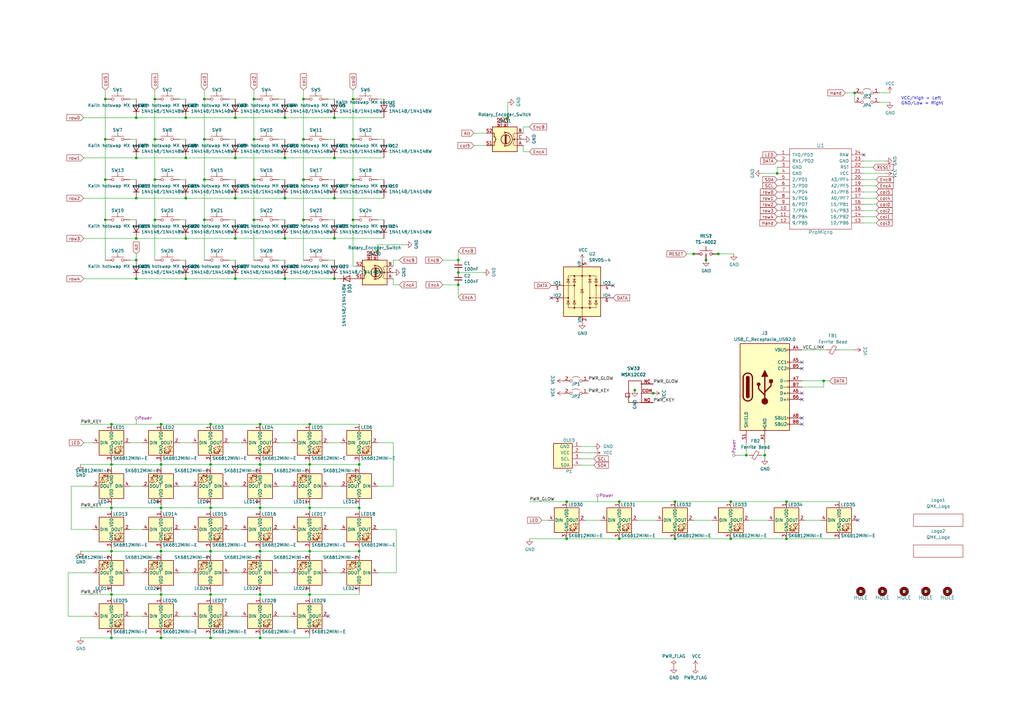
<source format=kicad_sch>
(kicad_sch (version 20230121) (generator eeschema)
  (paper "A3")
  (title_block (title "Lotus 58 Glow") (date "2024-02-07") (rev "v1.4.1") (company "Markus Knutsson <markus.knutsson@tweety.se>") (comment 1 "https://github.com/TweetyDaBird") (comment 2 "Licensed under CERN-OHL-S v2 or any superseding version"))
  (junction (at 124.46 57.15))
  (junction (at 55.88 106.68))
  (junction (at 66.04 261.62))
  (junction (at 137.16 97.79))
  (junction (at 66.04 208.28))
  (junction (at 106.68 243.84))
  (junction (at 86.36 208.28))
  (junction (at 306.07 186.69))
  (junction (at 96.52 114.3))
  (junction (at 144.78 57.15))
  (junction (at 106.68 190.5))
  (junction (at 63.5 90.17))
  (junction (at 86.36 173.99))
  (junction (at 83.82 90.17))
  (junction (at 187.96 116.84))
  (junction (at 260.35 160.02))
  (junction (at 116.84 64.77))
  (junction (at 137.16 64.77))
  (junction (at 45.72 173.99))
  (junction (at 66.04 243.84))
  (junction (at 55.88 114.3))
  (junction (at 187.96 111.76))
  (junction (at 86.36 261.62))
  (junction (at 116.84 48.26))
  (junction (at 299.72 220.98))
  (junction (at 116.84 81.28))
  (junction (at 208.28 48.26))
  (junction (at 322.58 220.98))
  (junction (at 124.46 40.64))
  (junction (at 63.5 57.15))
  (junction (at 322.58 205.74))
  (junction (at 104.14 40.64))
  (junction (at 76.2 81.28))
  (junction (at 43.18 57.15))
  (junction (at 147.32 226.06))
  (junction (at 55.88 48.26))
  (junction (at 254 220.98))
  (junction (at 63.5 40.64))
  (junction (at 232.41 205.74))
  (junction (at 154.94 102.87))
  (junction (at 55.88 81.28))
  (junction (at 254 205.74))
  (junction (at 144.78 73.66))
  (junction (at 76.2 64.77))
  (junction (at 104.14 90.17))
  (junction (at 66.04 173.99))
  (junction (at 45.72 208.28))
  (junction (at 76.2 48.26))
  (junction (at 55.88 97.79))
  (junction (at 147.32 208.28))
  (junction (at 106.68 173.99))
  (junction (at 63.5 73.66))
  (junction (at 43.18 40.64))
  (junction (at 55.88 64.77))
  (junction (at 116.84 114.3))
  (junction (at 45.72 226.06))
  (junction (at 45.72 261.62))
  (junction (at 284.48 104.14))
  (junction (at 96.52 64.77))
  (junction (at 337.82 156.21))
  (junction (at 43.18 73.66))
  (junction (at 350.52 38.1))
  (junction (at 76.2 114.3))
  (junction (at 83.82 73.66))
  (junction (at 127 243.84))
  (junction (at 127 208.28))
  (junction (at 45.72 243.84))
  (junction (at 116.84 97.79))
  (junction (at 232.41 220.98))
  (junction (at 66.04 190.5))
  (junction (at 86.36 226.06))
  (junction (at 187.96 106.68))
  (junction (at 127 173.99))
  (junction (at 96.52 48.26))
  (junction (at 137.16 81.28))
  (junction (at 313.69 186.69))
  (junction (at 267.97 161.29))
  (junction (at 127 190.5))
  (junction (at 137.16 48.26))
  (junction (at 124.46 73.66))
  (junction (at 137.16 114.3))
  (junction (at 127 226.06))
  (junction (at 289.56 106.68))
  (junction (at 318.77 71.12))
  (junction (at 147.32 190.5))
  (junction (at 45.72 190.5))
  (junction (at 106.68 208.28))
  (junction (at 83.82 40.64))
  (junction (at 276.86 205.74))
  (junction (at 299.72 205.74))
  (junction (at 86.36 190.5))
  (junction (at 104.14 73.66))
  (junction (at 83.82 57.15))
  (junction (at 86.36 243.84))
  (junction (at 104.14 57.15))
  (junction (at 96.52 81.28))
  (junction (at 294.64 104.14))
  (junction (at 106.68 226.06))
  (junction (at 144.78 40.64))
  (junction (at 96.52 97.79))
  (junction (at 144.78 90.17))
  (junction (at 106.68 261.62))
  (junction (at 43.18 90.17))
  (junction (at 276.86 220.98))
  (junction (at 76.2 97.79))
  (junction (at 124.46 90.17))
  (junction (at 66.04 226.06))
  (no_connect (at 351.79 213.36))
  (no_connect (at 328.93 163.83))
  (no_connect (at 328.93 148.59))
  (no_connect (at 328.93 151.13))
  (no_connect (at 134.62 252.73))
  (no_connect (at 328.93 171.45))
  (no_connect (at 328.93 173.99))
  (no_connect (at 226.06 122.174))
  (no_connect (at 251.46 117.094))
  (no_connect (at 328.93 161.29))
  (no_connect (at 354.33 63.5))
  (wire (pts (xy 354.33 81.28) (xy 359.41 81.28)))
  (wire (pts (xy 147.32 190.5) (xy 147.32 189.23)))
  (wire (pts (xy 238.506 183.134) (xy 243.586 183.134)))
  (wire (pts (xy 127 190.5) (xy 127 189.23)))
  (wire (pts (xy 86.36 226.06) (xy 106.68 226.06)))
  (wire (pts (xy 127 173.99) (xy 147.32 173.99)))
  (wire (pts (xy 137.16 57.15) (xy 134.62 57.15)))
  (wire (pts (xy 187.96 106.68) (xy 187.96 102.87)))
  (wire (pts (xy 127 209.55) (xy 127 208.28)))
  (wire (pts (xy 114.3 40.64) (xy 116.84 40.64)))
  (wire (pts (xy 114.3 252.73) (xy 119.38 252.73)))
  (wire (pts (xy 114.3 181.61) (xy 119.38 181.61)))
  (wire (pts (xy 134.62 217.17) (xy 139.7 217.17)))
  (wire (pts (xy 73.66 199.39) (xy 78.74 199.39)))
  (wire (pts (xy 73.66 73.66) (xy 76.2 73.66)))
  (wire (pts (xy 73.66 234.95) (xy 78.74 234.95)))
  (wire (pts (xy 86.36 208.28) (xy 86.36 209.55)))
  (wire (pts (xy 45.72 261.62) (xy 45.72 260.35)))
  (wire (pts (xy 199.39 54.61) (xy 194.31 54.61)))
  (wire (pts (xy 66.04 245.11) (xy 66.04 243.84)))
  (wire (pts (xy 306.07 186.69) (xy 307.34 186.69)))
  (wire (pts (xy 147.32 208.28) (xy 147.32 209.55)))
  (wire (pts (xy 53.34 199.39) (xy 58.42 199.39)))
  (wire (pts (xy 134.62 181.61) (xy 139.7 181.61)))
  (wire (pts (xy 127 242.57) (xy 127 243.84)))
  (wire (pts (xy 27.94 234.95) (xy 27.94 252.73)))
  (wire (pts (xy 38.1 234.95) (xy 27.94 234.95)))
  (wire (pts (xy 93.98 199.39) (xy 99.06 199.39)))
  (wire (pts (xy 34.29 114.3) (xy 55.88 114.3)))
  (wire (pts (xy 93.98 217.17) (xy 99.06 217.17)))
  (wire (pts (xy 162.56 217.17) (xy 162.56 234.95)))
  (wire (pts (xy 73.66 40.64) (xy 76.2 40.64)))
  (wire (pts (xy 66.04 208.28) (xy 86.36 208.28)))
  (wire (pts (xy 86.36 173.99) (xy 106.68 173.99)))
  (wire (pts (xy 55.88 90.17) (xy 53.34 90.17)))
  (wire (pts (xy 254 205.74) (xy 276.86 205.74)))
  (wire (pts (xy 181.61 106.68) (xy 187.96 106.68)))
  (wire (pts (xy 96.52 106.68) (xy 93.98 106.68)))
  (wire (pts (xy 313.69 187.96) (xy 313.69 186.69)))
  (wire (pts (xy 93.98 181.61) (xy 99.06 181.61)))
  (wire (pts (xy 137.16 64.77) (xy 157.48 64.77)))
  (wire (pts (xy 83.82 57.15) (xy 83.82 73.66)))
  (wire (pts (xy 45.72 208.28) (xy 33.02 208.28)))
  (wire (pts (xy 127 243.84) (xy 147.32 243.84)))
  (wire (pts (xy 43.18 36.83) (xy 43.18 40.64)))
  (wire (pts (xy 232.41 205.74) (xy 254 205.74)))
  (wire (pts (xy 93.98 40.64) (xy 96.52 40.64)))
  (wire (pts (xy 137.16 114.3) (xy 138.43 114.3)))
  (wire (pts (xy 104.14 40.64) (xy 104.14 57.15)))
  (wire (pts (xy 66.04 208.28) (xy 66.04 209.55)))
  (wire (pts (xy 104.14 36.83) (xy 104.14 40.64)))
  (wire (pts (xy 33.02 173.99) (xy 45.72 173.99)))
  (wire (pts (xy 83.82 73.66) (xy 83.82 90.17)))
  (wire (pts (xy 34.29 181.61) (xy 38.1 181.61)))
  (wire (pts (xy 53.34 181.61) (xy 58.42 181.61)))
  (wire (pts (xy 45.72 190.5) (xy 45.72 191.77)))
  (wire (pts (xy 86.36 224.79) (xy 86.36 226.06)))
  (wire (pts (xy 34.29 64.77) (xy 55.88 64.77)))
  (wire (pts (xy 55.88 64.77) (xy 76.2 64.77)))
  (wire (pts (xy 66.04 242.57) (xy 66.04 243.84)))
  (wire (pts (xy 53.34 73.66) (xy 55.88 73.66)))
  (wire (pts (xy 83.82 40.64) (xy 83.82 57.15)))
  (wire (pts (xy 86.36 190.5) (xy 66.04 190.5)))
  (wire (pts (xy 38.1 217.17) (xy 29.21 217.17)))
  (wire (pts (xy 318.77 71.12) (xy 312.42 71.12)))
  (wire (pts (xy 307.34 213.36) (xy 314.96 213.36)))
  (wire (pts (xy 106.68 190.5) (xy 106.68 189.23)))
  (wire (pts (xy 45.72 227.33) (xy 45.72 226.06)))
  (wire (pts (xy 76.2 114.3) (xy 96.52 114.3)))
  (wire (pts (xy 354.33 73.66) (xy 359.41 73.66)))
  (wire (pts (xy 116.84 73.66) (xy 114.3 73.66)))
  (wire (pts (xy 55.88 104.14) (xy 55.88 106.68)))
  (wire (pts (xy 45.72 208.28) (xy 45.72 209.55)))
  (wire (pts (xy 364.998 41.91) (xy 360.68 41.91)))
  (wire (pts (xy 154.94 73.66) (xy 157.48 73.66)))
  (wire (pts (xy 238.506 185.674) (xy 243.586 185.674)))
  (wire (pts (xy 299.72 220.98) (xy 322.58 220.98)))
  (wire (pts (xy 238.506 190.754) (xy 243.586 190.754)))
  (wire (pts (xy 83.82 90.17) (xy 83.82 106.68)))
  (wire (pts (xy 86.36 190.5) (xy 106.68 190.5)))
  (wire (pts (xy 53.34 252.73) (xy 58.42 252.73)))
  (wire (pts (xy 163.83 116.84) (xy 161.29 116.84)))
  (wire (pts (xy 299.72 205.74) (xy 322.58 205.74)))
  (wire (pts (xy 106.68 208.28) (xy 106.68 209.55)))
  (wire (pts (xy 45.72 189.23) (xy 45.72 190.5)))
  (wire (pts (xy 208.28 41.91) (xy 208.28 48.26)))
  (wire (pts (xy 76.2 81.28) (xy 96.52 81.28)))
  (wire (pts (xy 55.88 97.79) (xy 76.2 97.79)))
  (wire (pts (xy 318.77 68.58) (xy 318.77 71.12)))
  (wire (pts (xy 104.14 73.66) (xy 104.14 90.17)))
  (wire (pts (xy 161.29 116.84) (xy 161.29 114.3)))
  (wire (pts (xy 187.96 121.92) (xy 187.96 116.84)))
  (wire (pts (xy 222.25 213.36) (xy 224.79 213.36)))
  (wire (pts (xy 199.39 59.69) (xy 194.31 59.69)))
  (wire (pts (xy 124.46 90.17) (xy 124.46 106.68)))
  (wire (pts (xy 45.72 207.01) (xy 45.72 208.28)))
  (wire (pts (xy 217.17 52.07) (xy 214.63 52.07)))
  (wire (pts (xy 254 220.98) (xy 276.86 220.98)))
  (wire (pts (xy 166.37 100.33) (xy 154.94 100.33)))
  (wire (pts (xy 83.82 36.83) (xy 83.82 40.64)))
  (wire (pts (xy 313.69 181.61) (xy 313.69 186.69)))
  (wire (pts (xy 354.33 71.12) (xy 363.22 71.12)))
  (wire (pts (xy 284.48 213.36) (xy 292.1 213.36)))
  (wire (pts (xy 76.2 64.77) (xy 96.52 64.77)))
  (wire (pts (xy 124.46 40.64) (xy 124.46 57.15)))
  (wire (pts (xy 66.04 261.62) (xy 45.72 261.62)))
  (wire (pts (xy 104.14 57.15) (xy 104.14 73.66)))
  (wire (pts (xy 303.53 186.69) (xy 306.07 186.69)))
  (wire (pts (xy 154.94 90.17) (xy 157.48 90.17)))
  (wire (pts (xy 106.68 190.5) (xy 127 190.5)))
  (wire (pts (xy 27.94 252.73) (xy 38.1 252.73)))
  (wire (pts (xy 144.78 40.64) (xy 144.78 57.15)))
  (wire (pts (xy 261.62 213.36) (xy 269.24 213.36)))
  (wire (pts (xy 354.33 76.2) (xy 359.41 76.2)))
  (wire (pts (xy 106.68 261.62) (xy 86.36 261.62)))
  (wire (pts (xy 114.3 90.17) (xy 116.84 90.17)))
  (wire (pts (xy 124.46 57.15) (xy 124.46 73.66)))
  (wire (pts (xy 86.36 261.62) (xy 86.36 260.35)))
  (wire (pts (xy 76.2 57.15) (xy 73.66 57.15)))
  (wire (pts (xy 106.68 243.84) (xy 106.68 242.57)))
  (wire (pts (xy 354.33 66.04) (xy 363.22 66.04)))
  (wire (pts (xy 73.66 217.17) (xy 78.74 217.17)))
  (wire (pts (xy 96.52 97.79) (xy 116.84 97.79)))
  (wire (pts (xy 86.36 245.11) (xy 86.36 243.84)))
  (wire (pts (xy 124.46 73.66) (xy 124.46 90.17)))
  (wire (pts (xy 154.94 234.95) (xy 162.56 234.95)))
  (wire (pts (xy 106.68 226.06) (xy 127 226.06)))
  (wire (pts (xy 63.5 36.83) (xy 63.5 40.64)))
  (wire (pts (xy 33.02 243.84) (xy 45.72 243.84)))
  (wire (pts (xy 208.28 48.26) (xy 205.74 48.26)))
  (wire (pts (xy 104.14 90.17) (xy 104.14 106.68)))
  (wire (pts (xy 152.4 102.87) (xy 154.94 102.87)))
  (wire (pts (xy 240.03 213.36) (xy 246.38 213.36)))
  (wire (pts (xy 106.68 245.11) (xy 106.68 243.84)))
  (wire (pts (xy 34.29 97.79) (xy 55.88 97.79)))
  (wire (pts (xy 53.34 234.95) (xy 58.42 234.95)))
  (wire (pts (xy 137.16 106.68) (xy 134.62 106.68)))
  (wire (pts (xy 322.58 205.74) (xy 344.17 205.74)))
  (wire (pts (xy 93.98 57.15) (xy 96.52 57.15)))
  (wire (pts (xy 147.32 224.79) (xy 147.32 226.06)))
  (wire (pts (xy 114.3 234.95) (xy 119.38 234.95)))
  (wire (pts (xy 116.84 106.68) (xy 114.3 106.68)))
  (wire (pts (xy 86.36 190.5) (xy 86.36 191.77)))
  (wire (pts (xy 127 261.62) (xy 106.68 261.62)))
  (wire (pts (xy 33.02 226.06) (xy 45.72 226.06)))
  (wire (pts (xy 147.32 208.28) (xy 147.32 207.01)))
  (wire (pts (xy 106.68 191.77) (xy 106.68 190.5)))
  (wire (pts (xy 154.94 40.64) (xy 157.48 40.64)))
  (wire (pts (xy 147.32 190.5) (xy 147.32 191.77)))
  (wire (pts (xy 127 191.77) (xy 127 190.5)))
  (wire (pts (xy 354.33 83.82) (xy 359.41 83.82)))
  (wire (pts (xy 93.98 234.95) (xy 99.06 234.95)))
  (wire (pts (xy 217.17 62.23) (xy 214.63 62.23)))
  (wire (pts (xy 181.61 116.84) (xy 187.96 116.84)))
  (wire (pts (xy 337.82 156.21) (xy 337.82 158.75)))
  (wire (pts (xy 66.04 173.99) (xy 86.36 173.99)))
  (wire (pts (xy 350.52 143.51) (xy 344.17 143.51)))
  (wire (pts (xy 127 226.06) (xy 147.32 226.06)))
  (wire (pts (xy 350.52 41.91) (xy 350.52 38.1)))
  (wire (pts (xy 86.36 208.28) (xy 86.36 207.01)))
  (wire (pts (xy 187.96 111.76) (xy 198.12 111.76)))
  (wire (pts (xy 354.33 88.9) (xy 359.41 88.9)))
  (wire (pts (xy 73.66 252.73) (xy 78.74 252.73)))
  (wire (pts (xy 29.21 217.17) (xy 29.21 199.39)))
  (wire (pts (xy 281.686 104.14) (xy 284.48 104.14)))
  (wire (pts (xy 214.63 52.07) (xy 214.63 54.61)))
  (wire (pts (xy 55.88 114.3) (xy 76.2 114.3)))
  (wire (pts (xy 93.98 252.73) (xy 99.06 252.73)))
  (wire (pts (xy 66.04 261.62) (xy 66.04 260.35)))
  (wire (pts (xy 137.16 40.64) (xy 134.62 40.64)))
  (wire (pts (xy 45.72 190.5) (xy 33.02 190.5)))
  (wire (pts (xy 337.82 158.75) (xy 328.93 158.75)))
  (wire (pts (xy 96.52 90.17) (xy 93.98 90.17)))
  (wire (pts (xy 116.84 64.77) (xy 137.16 64.77)))
  (wire (pts (xy 137.16 81.28) (xy 157.48 81.28)))
  (wire (pts (xy 66.04 190.5) (xy 66.04 189.23)))
  (wire (pts (xy 354.33 91.44) (xy 359.41 91.44)))
  (wire (pts (xy 45.72 173.99) (xy 66.04 173.99)))
  (wire (pts (xy 34.29 48.26) (xy 55.88 48.26)))
  (wire (pts (xy 154.94 100.33) (xy 154.94 102.87)))
  (wire (pts (xy 144.78 73.66) (xy 144.78 90.17)))
  (wire (pts (xy 337.82 156.21) (xy 340.36 156.21)))
  (wire (pts (xy 127 245.11) (xy 127 243.84)))
  (wire (pts (xy 346.71 38.1) (xy 350.52 38.1)))
  (wire (pts (xy 157.48 57.15) (xy 154.94 57.15)))
  (wire (pts (xy 45.72 190.5) (xy 66.04 190.5)))
  (wire (pts (xy 106.68 224.79) (xy 106.68 226.06)))
  (wire (pts (xy 66.04 224.79) (xy 66.04 226.06)))
  (wire (pts (xy 127 190.5) (xy 147.32 190.5)))
  (wire (pts (xy 147.32 243.84) (xy 147.32 242.57)))
  (wire (pts (xy 96.52 114.3) (xy 116.84 114.3)))
  (wire (pts (xy 116.84 81.28) (xy 137.16 81.28)))
  (wire (pts (xy 106.68 208.28) (xy 127 208.28)))
  (wire (pts (xy 127 261.62) (xy 127 260.35)))
  (wire (pts (xy 354.33 68.58) (xy 358.14 68.58)))
  (wire (pts (xy 127 208.28) (xy 127 207.01)))
  (wire (pts (xy 154.94 217.17) (xy 162.56 217.17)))
  (wire (pts (xy 161.29 181.61) (xy 161.29 199.39)))
  (wire (pts (xy 276.86 220.98) (xy 299.72 220.98)))
  (wire (pts (xy 96.52 81.28) (xy 116.84 81.28)))
  (wire (pts (xy 86.36 189.23) (xy 86.36 190.5)))
  (wire (pts (xy 96.52 48.26) (xy 116.84 48.26)))
  (wire (pts (xy 63.5 90.17) (xy 63.5 106.68)))
  (wire (pts (xy 66.04 208.28) (xy 66.04 207.01)))
  (wire (pts (xy 66.04 191.77) (xy 66.04 190.5)))
  (wire (pts (xy 276.86 205.74) (xy 299.72 205.74)))
  (wire (pts (xy 86.36 227.33) (xy 86.36 226.06)))
  (wire (pts (xy 232.41 220.98) (xy 254 220.98)))
  (wire (pts (xy 73.66 181.61) (xy 78.74 181.61)))
  (wire (pts (xy 163.83 106.68) (xy 161.29 106.68)))
  (wire (pts (xy 127 208.28) (xy 147.32 208.28)))
  (wire (pts (xy 300.99 104.14) (xy 294.64 104.14)))
  (wire (pts (xy 86.36 243.84) (xy 86.36 242.57)))
  (wire (pts (xy 76.2 48.26) (xy 96.52 48.26)))
  (wire (pts (xy 53.34 217.17) (xy 58.42 217.17)))
  (wire (pts (xy 45.72 242.57) (xy 45.72 243.84)))
  (wire (pts (xy 43.18 57.15) (xy 43.18 73.66)))
  (wire (pts (xy 154.94 199.39) (xy 161.29 199.39)))
  (wire (pts (xy 134.62 234.95) (xy 139.7 234.95)))
  (wire (pts (xy 45.72 245.11) (xy 45.72 243.84)))
  (wire (pts (xy 86.36 208.28) (xy 106.68 208.28)))
  (wire (pts (xy 339.09 143.51) (xy 328.93 143.51)))
  (wire (pts (xy 66.04 243.84) (xy 86.36 243.84)))
  (wire (pts (xy 43.18 90.17) (xy 43.18 106.68)))
  (wire (pts (xy 66.04 226.06) (xy 86.36 226.06)))
  (wire (pts (xy 114.3 199.39) (xy 119.38 199.39)))
  (wire (pts (xy 124.46 36.83) (xy 124.46 40.64)))
  (wire (pts (xy 144.78 57.15) (xy 144.78 73.66)))
  (wire (pts (xy 144.78 36.83) (xy 144.78 40.64)))
  (wire (pts (xy 144.78 90.17) (xy 144.78 109.22)))
  (wire (pts (xy 306.07 181.61) (xy 306.07 186.69)))
  (wire (pts (xy 86.36 261.62) (xy 66.04 261.62)))
  (wire (pts (xy 137.16 48.26) (xy 157.48 48.26)))
  (wire (pts (xy 106.68 173.99) (xy 127 173.99)))
  (wire (pts (xy 106.68 261.62) (xy 106.68 260.35)))
  (wire (pts (xy 55.88 48.26) (xy 76.2 48.26)))
  (wire (pts (xy 238.506 188.214) (xy 243.586 188.214)))
  (wire (pts (xy 137.16 97.79) (xy 157.48 97.79)))
  (wire (pts (xy 106.68 243.84) (xy 127 243.84)))
  (wire (pts (xy 76.2 97.79) (xy 96.52 97.79)))
  (wire (pts (xy 127 227.33) (xy 127 226.06)))
  (wire (pts (xy 76.2 90.17) (xy 73.66 90.17)))
  (wire (pts (xy 29.21 199.39) (xy 38.1 199.39)))
  (wire (pts (xy 45.72 261.62) (xy 33.02 261.62)))
  (wire (pts (xy 364.998 38.1) (xy 360.68 38.1)))
  (wire (pts (xy 217.17 220.98) (xy 232.41 220.98)))
  (wire (pts (xy 45.72 226.06) (xy 66.04 226.06)))
  (wire (pts (xy 63.5 73.66) (xy 63.5 90.17)))
  (wire (pts (xy 161.29 106.68) (xy 161.29 109.22)))
  (wire (pts (xy 114.3 217.17) (xy 119.38 217.17)))
  (wire (pts (xy 137.16 73.66) (xy 134.62 73.66)))
  (wire (pts (xy 144.78 109.22) (xy 146.05 109.22)))
  (wire (pts (xy 76.2 106.68) (xy 73.66 106.68)))
  (wire (pts (xy 55.88 57.15) (xy 53.34 57.15)))
  (wire (pts (xy 312.42 186.69) (xy 313.69 186.69)))
  (wire (pts (xy 354.33 86.36) (xy 359.41 86.36)))
  (wire (pts (xy 106.68 226.06) (xy 106.68 227.33)))
  (wire (pts (xy 116.84 57.15) (xy 114.3 57.15)))
  (wire (pts (xy 93.98 73.66) (xy 96.52 73.66)))
  (wire (pts (xy 330.2 213.36) (xy 336.55 213.36)))
  (wire (pts (xy 55.88 40.64) (xy 53.34 40.64)))
  (wire (pts (xy 154.94 181.61) (xy 161.29 181.61)))
  (wire (pts (xy 86.36 243.84) (xy 106.68 243.84)))
  (wire (pts (xy 127 224.79) (xy 127 226.06)))
  (wire (pts (xy 116.84 114.3) (xy 137.16 114.3)))
  (wire (pts (xy 55.88 81.28) (xy 76.2 81.28)))
  (wire (pts (xy 137.16 90.17) (xy 134.62 90.17)))
  (wire (pts (xy 116.84 97.79) (xy 137.16 97.79)))
  (wire (pts (xy 45.72 208.28) (xy 66.04 208.28)))
  (wire (pts (xy 63.5 40.64) (xy 63.5 57.15)))
  (wire (pts (xy 34.29 81.28) (xy 55.88 81.28)))
  (wire (pts (xy 66.04 226.06) (xy 66.04 227.33)))
  (wire (pts (xy 45.72 243.84) (xy 66.04 243.84)))
  (wire (pts (xy 106.68 208.28) (xy 106.68 207.01)))
  (wire (pts (xy 96.52 64.77) (xy 116.84 64.77)))
  (wire (pts (xy 214.63 62.23) (xy 214.63 59.69)))
  (wire (pts (xy 322.58 220.98) (xy 344.17 220.98)))
  (wire (pts (xy 45.72 224.79) (xy 45.72 226.06)))
  (wire (pts (xy 354.33 78.74) (xy 359.41 78.74)))
  (wire (pts (xy 217.17 205.74) (xy 232.41 205.74)))
  (wire (pts (xy 53.34 106.68) (xy 55.88 106.68)))
  (wire (pts (xy 328.93 156.21) (xy 337.82 156.21)))
  (wire (pts (xy 147.32 226.06) (xy 147.32 227.33)))
  (wire (pts (xy 43.18 40.64) (xy 43.18 57.15)))
  (wire (pts (xy 116.84 48.26) (xy 137.16 48.26)))
  (wire (pts (xy 63.5 57.15) (xy 63.5 73.66)))
  (wire (pts (xy 43.18 73.66) (xy 43.18 90.17)))
  (wire (pts (xy 134.62 199.39) (xy 139.7 199.39)))
  (text "VCC/High = Left\nGND/Low = Right" (at 369.57 43.18 0) (effects (font (size 1.27 1.27)) (justify left bottom)))
  (label "PWR_KEY" (at 33.02 208.28 0))
  (label "PWR_KEY" (at 33.02 243.84 0))
  (label "VCC_LINK" (at 329.184 143.51 0))
  (label "PWR_GLOW" (at 217.17 205.74 0))
  (label "PWR_KEY" (at 267.97 165.1 0))
  (label "PWR_KEY" (at 33.02 173.99 0))
  (label "PWR_KEY" (at 241.3 161.29 0))
  (label "PWR_GLOW" (at 241.3 156.21 0))
  (label "PWR_GLOW" (at 267.97 157.48 0))
  (global_label "Alt" (shape input) (at 55.88 104.14 90) (property "Intersheetrefs" "${INTERSHEET_REFS}" (effects hide)))
  (global_label "col2" (shape input) (at 359.41 86.36 0) (property "Intersheetrefs" "${INTERSHEET_REFS}" (effects hide)))
  (global_label "EncB" (shape input) (at 359.41 73.66 0) (property "Intersheetrefs" "${INTERSHEET_REFS}" (effects hide)))
  (global_label "RESET" (shape input) (at 281.686 104.14 180) (property "Intersheetrefs" "${INTERSHEET_REFS}" (effects hide)))
  (global_label "row2" (shape input) (at 318.77 83.82 180) (property "Intersheetrefs" "${INTERSHEET_REFS}" (effects hide)))
  (global_label "RESET" (shape input) (at 358.14 68.58 0) (property "Intersheetrefs" "${INTERSHEET_REFS}" (effects hide)))
  (global_label "EncA" (shape input) (at 217.17 62.23 0) (property "Intersheetrefs" "${INTERSHEET_REFS}" (effects hide)))
  (global_label "col4" (shape input) (at 63.5 36.83 90) (property "Intersheetrefs" "${INTERSHEET_REFS}" (effects hide)))
  (global_label "DATA" (shape input) (at 251.46 122.174 0) (property "Intersheetrefs" "${INTERSHEET_REFS}" (effects hide)))
  (global_label "row1" (shape input) (at 318.77 81.28 180) (property "Intersheetrefs" "${INTERSHEET_REFS}" (effects hide)))
  (global_label "EncB" (shape input) (at 181.61 106.68 180) (property "Intersheetrefs" "${INTERSHEET_REFS}" (effects hide)))
  (global_label "EncA" (shape input) (at 187.96 121.92 0) (property "Intersheetrefs" "${INTERSHEET_REFS}" (effects hide)))
  (global_label "row3" (shape input) (at 34.29 97.79 180) (property "Intersheetrefs" "${INTERSHEET_REFS}" (effects hide)))
  (global_label "row3" (shape input) (at 318.77 86.36 180) (property "Intersheetrefs" "${INTERSHEET_REFS}" (effects hide)))
  (global_label "SCL" (shape input) (at 318.77 76.2 180) (property "Intersheetrefs" "${INTERSHEET_REFS}" (effects hide)))
  (global_label "LED" (shape input) (at 222.25 213.36 180) (property "Intersheetrefs" "${INTERSHEET_REFS}" (effects hide)))
  (global_label "SDA" (shape input) (at 243.586 190.754 0) (property "Intersheetrefs" "${INTERSHEET_REFS}" (effects hide)))
  (global_label "EncA" (shape input) (at 163.83 116.84 0) (property "Intersheetrefs" "${INTERSHEET_REFS}" (effects hide)))
  (global_label "col4" (shape input) (at 359.41 81.28 0) (property "Intersheetrefs" "${INTERSHEET_REFS}" (effects hide)))
  (global_label "row1" (shape input) (at 34.29 64.77 180) (property "Intersheetrefs" "${INTERSHEET_REFS}" (effects hide)))
  (global_label "row2" (shape input) (at 34.29 81.28 180) (property "Intersheetrefs" "${INTERSHEET_REFS}" (effects hide)))
  (global_label "col5" (shape input) (at 194.31 59.69 180) (property "Intersheetrefs" "${INTERSHEET_REFS}" (effects hide)))
  (global_label "col5" (shape input) (at 43.18 36.83 90) (property "Intersheetrefs" "${INTERSHEET_REFS}" (effects hide)))
  (global_label "EncA" (shape input) (at 359.41 76.2 0) (property "Intersheetrefs" "${INTERSHEET_REFS}" (effects hide)))
  (global_label "col0" (shape input) (at 359.41 83.82 0) (property "Intersheetrefs" "${INTERSHEET_REFS}" (effects hide)))
  (global_label "col3" (shape input) (at 83.82 36.83 90) (property "Intersheetrefs" "${INTERSHEET_REFS}" (effects hide)))
  (global_label "EncB" (shape input) (at 217.17 52.07 0) (property "Intersheetrefs" "${INTERSHEET_REFS}" (effects hide)))
  (global_label "LED" (shape input) (at 318.77 63.5 180) (property "Intersheetrefs" "${INTERSHEET_REFS}" (effects hide)))
  (global_label "SCL" (shape input) (at 243.586 188.214 0) (property "Intersheetrefs" "${INTERSHEET_REFS}" (effects hide)))
  (global_label "Hand" (shape input) (at 318.77 91.44 180) (property "Intersheetrefs" "${INTERSHEET_REFS}" (effects hide)))
  (global_label "row0" (shape input) (at 34.29 48.26 180) (property "Intersheetrefs" "${INTERSHEET_REFS}" (effects hide)))
  (global_label "SDA" (shape input) (at 318.77 73.66 180) (property "Intersheetrefs" "${INTERSHEET_REFS}" (effects hide)))
  (global_label "Alt" (shape input) (at 194.31 54.61 180) (property "Intersheetrefs" "${INTERSHEET_REFS}" (effects hide)))
  (global_label "col5" (shape input) (at 359.41 78.74 0) (property "Intersheetrefs" "${INTERSHEET_REFS}" (effects hide)))
  (global_label "DATA" (shape input) (at 340.36 156.21 0) (property "Intersheetrefs" "${INTERSHEET_REFS}" (effects hide)))
  (global_label "EncB" (shape input) (at 187.96 102.87 0) (property "Intersheetrefs" "${INTERSHEET_REFS}" (effects hide)))
  (global_label "EncA" (shape input) (at 181.61 116.84 180) (property "Intersheetrefs" "${INTERSHEET_REFS}" (effects hide)))
  (global_label "LED" (shape input) (at 34.29 181.61 180) (property "Intersheetrefs" "${INTERSHEET_REFS}" (effects hide)))
  (global_label "row4" (shape input) (at 34.29 114.3 180) (property "Intersheetrefs" "${INTERSHEET_REFS}" (effects hide)))
  (global_label "row0" (shape input) (at 318.77 78.74 180) (property "Intersheetrefs" "${INTERSHEET_REFS}" (effects hide)))
  (global_label "col1" (shape input) (at 359.41 88.9 0) (property "Intersheetrefs" "${INTERSHEET_REFS}" (effects hide)))
  (global_label "col1" (shape input) (at 124.46 36.83 90) (property "Intersheetrefs" "${INTERSHEET_REFS}" (effects hide)))
  (global_label "col0" (shape input) (at 144.78 36.83 90) (property "Intersheetrefs" "${INTERSHEET_REFS}" (effects hide)))
  (global_label "Hand" (shape input) (at 346.71 38.1 180) (property "Intersheetrefs" "${INTERSHEET_REFS}" (effects hide)))
  (global_label "col2" (shape input) (at 104.14 36.83 90) (property "Intersheetrefs" "${INTERSHEET_REFS}" (effects hide)))
  (global_label "DATA" (shape input) (at 318.77 66.04 180) (property "Intersheetrefs" "${INTERSHEET_REFS}" (effects hide)))
  (global_label "row4" (shape input) (at 318.77 88.9 180) (property "Intersheetrefs" "${INTERSHEET_REFS}" (effects hide)))
  (global_label "DATA" (shape input) (at 226.06 117.094 180) (property "Intersheetrefs" "${INTERSHEET_REFS}" (effects hide)))
  (global_label "col3" (shape input) (at 359.41 91.44 0) (property "Intersheetrefs" "${INTERSHEET_REFS}" (effects hide)))
  (global_label "EncB" (shape input) (at 163.83 106.68 0) (property "Intersheetrefs" "${INTERSHEET_REFS}" (effects hide)))
  (netclass_flag "" (length 2.54) (shape round) (at 55.88 173.99 0) (property "Netclass" "Power" (at 56.4896 171.45 0) (effects (font italic) (justify left))))
  (netclass_flag "" (length 2.54) (shape round) (at 303.53 186.69 90) (property "Netclass" "Power" (at 300.99 186.0804 90) (effects (font italic) (justify left))))
  (netclass_flag "" (length 2.54) (shape round) (at 245.11 205.74 0) (property "Netclass" "Power" (at 245.7196 203.2 0) (effects (font italic) (justify left))))
  (symbol (lib_id "Keyboard_Controllers:ProMicro_jumpers_v2") (at 336.55 77.47 0) (unit 1)
    (property "Reference" "U1" (at 336.55 59.69 0) (effects (font (size 1.524 1.524))))
    (property "Value" "ProMicro" (at 336.55 95.25 0) (effects (font (size 1.524 1.524))))
    (property "Footprint" "Keyboard Controllers:ProMicro_jumpers_V2" (effects hide))
  )
  (symbol (lib_id "Switch:SW_Push") (at 48.26 106.68 0) (mirror y) (unit 1)
    (property "Reference" "SW25" (at 48.26 102.87 0))
    (property "Value" "Kailh hotswap MX socket" (at 48.26 109.22 0))
    (property "Footprint" "Keyboard Switches:SW_MX_HotSwap_Reversible" (effects hide))
  )
  (symbol (lib_id "Switch:SW_Push") (at 68.58 106.68 0) (mirror y) (unit 1)
    (property "Reference" "SW26" (at 68.58 102.87 0))
    (property "Value" "Kailh hotswap MX socket" (at 68.58 109.22 0))
    (property "Footprint" "Keyboard Switches:SW_MX_HotSwap_Reversible" (effects hide))
  )
  (symbol (lib_id "Switch:SW_Push") (at 48.26 40.64 0) (mirror y) (unit 1)
    (property "Reference" "SW1" (at 48.26 36.83 0))
    (property "Value" "Kailh hotswap MX socket" (at 48.26 43.18 0))
    (property "Footprint" "Keyboard Switches:SW_MX_HotSwap_Reversible" (effects hide))
  )
  (symbol (lib_id "Device:D") (at 55.88 44.45 90) (unit 1)
    (property "Reference" "D1" (at 57.8866 43.2816 90) (effects (justify right)))
    (property "Value" "1N4148/1N4148W" (at 57.8866 45.593 90) (effects (justify right)))
    (property "Footprint" "Keyboard Common:Diode_DO35_SOD123" (effects hide))
  )
  (symbol (lib_id "Switch:SW_Push") (at 68.58 40.64 0) (mirror y) (unit 1)
    (property "Reference" "SW2" (at 68.58 36.83 0))
    (property "Value" "Kailh hotswap MX socket" (at 68.58 43.18 0))
    (property "Footprint" "Keyboard Switches:SW_MX_HotSwap_Reversible" (effects hide))
  )
  (symbol (lib_id "Device:D") (at 76.2 44.45 90) (unit 1)
    (property "Reference" "D2" (at 78.2066 43.2816 90) (effects (justify right)))
    (property "Value" "1N4148/1N4148W" (at 78.2066 45.593 90) (effects (justify right)))
    (property "Footprint" "Keyboard Common:Diode_DO35_SOD123" (effects hide))
  )
  (symbol (lib_id "Switch:SW_Push") (at 88.9 40.64 0) (mirror y) (unit 1)
    (property "Reference" "SW3" (at 88.9 36.83 0))
    (property "Value" "Kailh hotswap MX socket" (at 88.9 43.18 0))
    (property "Footprint" "Keyboard Switches:SW_MX_HotSwap_Reversible" (effects hide))
  )
  (symbol (lib_id "Device:D") (at 96.52 44.45 90) (unit 1)
    (property "Reference" "D3" (at 98.5266 43.2816 90) (effects (justify right)))
    (property "Value" "1N4148/1N4148W" (at 98.5266 45.593 90) (effects (justify right)))
    (property "Footprint" "Keyboard Common:Diode_DO35_SOD123" (effects hide))
  )
  (symbol (lib_id "Switch:SW_Push") (at 109.22 40.64 0) (mirror y) (unit 1)
    (property "Reference" "SW4" (at 109.22 36.83 0))
    (property "Value" "Kailh hotswap MX socket" (at 109.22 43.18 0))
    (property "Footprint" "Keyboard Switches:SW_MX_HotSwap_Reversible" (effects hide))
  )
  (symbol (lib_id "Device:D") (at 116.84 44.45 90) (unit 1)
    (property "Reference" "D4" (at 118.8466 43.2816 90) (effects (justify right)))
    (property "Value" "1N4148/1N4148W" (at 118.8466 45.593 90) (effects (justify right)))
    (property "Footprint" "Keyboard Common:Diode_DO35_SOD123" (effects hide))
  )
  (symbol (lib_id "Switch:SW_Push") (at 129.54 40.64 0) (mirror y) (unit 1)
    (property "Reference" "SW5" (at 129.54 36.83 0))
    (property "Value" "Kailh hotswap MX socket" (at 129.54 43.18 0))
    (property "Footprint" "Keyboard Switches:SW_MX_HotSwap_Reversible" (effects hide))
  )
  (symbol (lib_id "Device:D") (at 137.16 44.45 90) (unit 1)
    (property "Reference" "D5" (at 139.1666 43.2816 90) (effects (justify right)))
    (property "Value" "1N4148/1N4148W" (at 139.1666 45.593 90) (effects (justify right)))
    (property "Footprint" "Keyboard Common:Diode_DO35_SOD123" (effects hide))
  )
  (symbol (lib_id "Switch:SW_Push") (at 149.86 40.64 0) (mirror y) (unit 1)
    (property "Reference" "SW6" (at 149.86 36.83 0))
    (property "Value" "Kailh hotswap MX socket" (at 149.86 41.91 0))
    (property "Footprint" "Keyboard Switches:SW_MX_HotSwap_Reversible" (effects hide))
  )
  (symbol (lib_id "Device:D") (at 157.48 44.45 90) (unit 1)
    (property "Reference" "D6" (at 159.4866 43.2816 90) (effects (justify right)))
    (property "Value" "1N4148/1N4148W" (at 159.4866 45.593 90) (effects (justify right)))
    (property "Footprint" "Keyboard Common:Diode_DO35_SOD123" (effects hide))
  )
  (symbol (lib_id "Switch:SW_Push") (at 68.58 57.15 0) (mirror y) (unit 1)
    (property "Reference" "SW8" (at 68.58 53.34 0))
    (property "Value" "Kailh hotswap MX socket" (at 68.58 59.69 0))
    (property "Footprint" "Keyboard Switches:SW_MX_HotSwap_Reversible" (effects hide))
  )
  (symbol (lib_id "Switch:SW_Push") (at 88.9 57.15 0) (mirror y) (unit 1)
    (property "Reference" "SW9" (at 88.9 53.34 0))
    (property "Value" "Kailh hotswap MX socket" (at 88.9 59.69 0))
    (property "Footprint" "Keyboard Switches:SW_MX_HotSwap_Reversible" (effects hide))
  )
  (symbol (lib_id "Switch:SW_Push") (at 109.22 57.15 0) (mirror y) (unit 1)
    (property "Reference" "SW10" (at 109.22 53.34 0))
    (property "Value" "Kailh hotswap MX socket" (at 109.22 59.69 0))
    (property "Footprint" "Keyboard Switches:SW_MX_HotSwap_Reversible" (effects hide))
  )
  (symbol (lib_id "Switch:SW_Push") (at 129.54 57.15 0) (mirror y) (unit 1)
    (property "Reference" "SW11" (at 129.54 53.34 0))
    (property "Value" "Kailh hotswap MX socket" (at 129.54 59.69 0))
    (property "Footprint" "Keyboard Switches:SW_MX_HotSwap_Reversible" (effects hide))
  )
  (symbol (lib_id "Switch:SW_Push") (at 149.86 57.15 0) (mirror y) (unit 1)
    (property "Reference" "SW12" (at 149.86 53.34 0))
    (property "Value" "Kailh hotswap MX socket" (at 149.86 59.69 0))
    (property "Footprint" "Keyboard Switches:SW_MX_HotSwap_Reversible" (effects hide))
  )
  (symbol (lib_id "Switch:SW_Push") (at 48.26 57.15 0) (mirror y) (unit 1)
    (property "Reference" "SW7" (at 48.26 53.34 0))
    (property "Value" "Kailh hotswap MX socket" (at 48.26 59.69 0))
    (property "Footprint" "Keyboard Switches:SW_MX_HotSwap_Reversible" (effects hide))
  )
  (symbol (lib_id "Device:D") (at 55.88 60.96 90) (unit 1)
    (property "Reference" "D7" (at 57.8866 59.7916 90) (effects (justify right)))
    (property "Value" "1N4148/1N4148W" (at 57.8866 62.103 90) (effects (justify right)))
    (property "Footprint" "Keyboard Common:Diode_DO35_SOD123" (effects hide))
  )
  (symbol (lib_id "Device:D") (at 76.2 60.96 90) (unit 1)
    (property "Reference" "D8" (at 78.2066 59.7916 90) (effects (justify right)))
    (property "Value" "1N4148/1N4148W" (at 78.2066 62.103 90) (effects (justify right)))
    (property "Footprint" "Keyboard Common:Diode_DO35_SOD123" (effects hide))
  )
  (symbol (lib_id "Device:D") (at 96.52 60.96 90) (unit 1)
    (property "Reference" "D9" (at 98.5266 59.7916 90) (effects (justify right)))
    (property "Value" "1N4148/1N4148W" (at 98.5266 62.103 90) (effects (justify right)))
    (property "Footprint" "Keyboard Common:Diode_DO35_SOD123" (effects hide))
  )
  (symbol (lib_id "Device:D") (at 116.84 60.96 90) (unit 1)
    (property "Reference" "D10" (at 118.8466 59.7916 90) (effects (justify right)))
    (property "Value" "1N4148/1N4148W" (at 118.8466 62.103 90) (effects (justify right)))
    (property "Footprint" "Keyboard Common:Diode_DO35_SOD123" (effects hide))
  )
  (symbol (lib_id "Device:D") (at 137.16 60.96 90) (unit 1)
    (property "Reference" "D11" (at 139.1666 59.7916 90) (effects (justify right)))
    (property "Value" "1N4148/1N4148W" (at 139.1666 62.103 90) (effects (justify right)))
    (property "Footprint" "Keyboard Common:Diode_DO35_SOD123" (effects hide))
  )
  (symbol (lib_id "Device:D") (at 157.48 60.96 90) (unit 1)
    (property "Reference" "D12" (at 159.4866 59.7916 90) (effects (justify right)))
    (property "Value" "1N4148/1N4148W" (at 159.4866 62.103 90) (effects (justify right)))
    (property "Footprint" "Keyboard Common:Diode_DO35_SOD123" (effects hide))
  )
  (symbol (lib_id "Switch:SW_Push") (at 48.26 73.66 0) (mirror y) (unit 1)
    (property "Reference" "SW13" (at 48.26 69.85 0))
    (property "Value" "Kailh hotswap MX socket" (at 48.26 76.2 0))
    (property "Footprint" "Keyboard Switches:SW_MX_HotSwap_Reversible" (effects hide))
  )
  (symbol (lib_id "Switch:SW_Push") (at 68.58 73.66 0) (mirror y) (unit 1)
    (property "Reference" "SW14" (at 68.58 69.85 0))
    (property "Value" "Kailh hotswap MX socket" (at 68.58 76.2 0))
    (property "Footprint" "Keyboard Switches:SW_MX_HotSwap_Reversible" (effects hide))
  )
  (symbol (lib_id "Switch:SW_Push") (at 88.9 73.66 0) (mirror y) (unit 1)
    (property "Reference" "SW15" (at 88.9 69.85 0))
    (property "Value" "Kailh hotswap MX socket" (at 88.9 76.2 0))
    (property "Footprint" "Keyboard Switches:SW_MX_HotSwap_Reversible" (effects hide))
  )
  (symbol (lib_id "Switch:SW_Push") (at 109.22 73.66 0) (mirror y) (unit 1)
    (property "Reference" "SW16" (at 109.22 69.85 0))
    (property "Value" "Kailh hotswap MX socket" (at 109.22 76.2 0))
    (property "Footprint" "Keyboard Switches:SW_MX_HotSwap_Reversible" (effects hide))
  )
  (symbol (lib_id "Switch:SW_Push") (at 129.54 73.66 0) (mirror y) (unit 1)
    (property "Reference" "SW17" (at 129.54 69.85 0))
    (property "Value" "Kailh hotswap MX socket" (at 129.54 76.2 0))
    (property "Footprint" "Keyboard Switches:SW_MX_HotSwap_Reversible" (effects hide))
  )
  (symbol (lib_id "Switch:SW_Push") (at 149.86 73.66 0) (mirror y) (unit 1)
    (property "Reference" "SW18" (at 149.86 69.85 0))
    (property "Value" "Kailh hotswap MX socket" (at 149.86 76.2 0))
    (property "Footprint" "Keyboard Switches:SW_MX_HotSwap_Reversible" (effects hide))
  )
  (symbol (lib_id "Device:D") (at 55.88 77.47 90) (unit 1)
    (property "Reference" "D13" (at 57.8866 76.3016 90) (effects (justify right)))
    (property "Value" "1N4148/1N4148W" (at 57.8866 78.613 90) (effects (justify right)))
    (property "Footprint" "Keyboard Common:Diode_DO35_SOD123" (effects hide))
  )
  (symbol (lib_id "Device:D") (at 76.2 77.47 90) (unit 1)
    (property "Reference" "D14" (at 78.2066 76.3016 90) (effects (justify right)))
    (property "Value" "1N4148/1N4148W" (at 78.2066 78.613 90) (effects (justify right)))
    (property "Footprint" "Keyboard Common:Diode_DO35_SOD123" (effects hide))
  )
  (symbol (lib_id "Device:D") (at 96.52 77.47 90) (unit 1)
    (property "Reference" "D15" (at 98.5266 76.3016 90) (effects (justify right)))
    (property "Value" "1N4148/1N4148W" (at 98.5266 78.613 90) (effects (justify right)))
    (property "Footprint" "Keyboard Common:Diode_DO35_SOD123" (effects hide))
  )
  (symbol (lib_id "Device:D") (at 116.84 77.47 90) (unit 1)
    (property "Reference" "D16" (at 118.8466 76.3016 90) (effects (justify right)))
    (property "Value" "1N4148/1N4148W" (at 118.8466 78.613 90) (effects (justify right)))
    (property "Footprint" "Keyboard Common:Diode_DO35_SOD123" (effects hide))
  )
  (symbol (lib_id "Device:D") (at 137.16 77.47 90) (unit 1)
    (property "Reference" "D17" (at 139.1666 76.3016 90) (effects (justify right)))
    (property "Value" "1N4148/1N4148W" (at 139.1666 78.613 90) (effects (justify right)))
    (property "Footprint" "Keyboard Common:Diode_DO35_SOD123" (effects hide))
  )
  (symbol (lib_id "Device:D") (at 157.48 77.47 90) (unit 1)
    (property "Reference" "D18" (at 159.4866 76.3016 90) (effects (justify right)))
    (property "Value" "1N4148/1N4148W" (at 159.4866 78.613 90) (effects (justify right)))
    (property "Footprint" "Keyboard Common:Diode_DO35_SOD123" (effects hide))
  )
  (symbol (lib_id "Switch:SW_Push") (at 88.9 90.17 0) (mirror y) (unit 1)
    (property "Reference" "SW21" (at 88.9 86.36 0))
    (property "Value" "Kailh hotswap MX socket" (at 88.9 92.71 0))
    (property "Footprint" "Keyboard Switches:SW_MX_HotSwap_Reversible" (effects hide))
  )
  (symbol (lib_id "Switch:SW_Push") (at 109.22 90.17 0) (mirror y) (unit 1)
    (property "Reference" "SW22" (at 109.22 86.36 0))
    (property "Value" "Kailh hotswap MX socket" (at 109.22 92.71 0))
    (property "Footprint" "Keyboard Switches:SW_MX_HotSwap_Reversible" (effects hide))
  )
  (symbol (lib_id "Switch:SW_Push") (at 129.54 90.17 0) (mirror y) (unit 1)
    (property "Reference" "SW23" (at 129.54 86.36 0))
    (property "Value" "Kailh hotswap MX socket" (at 129.54 92.71 0))
    (property "Footprint" "Keyboard Switches:SW_MX_HotSwap_Reversible" (effects hide))
  )
  (symbol (lib_id "Switch:SW_Push") (at 149.86 90.17 0) (mirror y) (unit 1)
    (property "Reference" "SW24" (at 149.86 86.36 0))
    (property "Value" "Kailh hotswap MX socket" (at 149.86 92.71 0))
    (property "Footprint" "Keyboard Switches:SW_MX_HotSwap_Reversible" (effects hide))
  )
  (symbol (lib_id "Switch:SW_Push") (at 68.58 90.17 0) (mirror y) (unit 1)
    (property "Reference" "SW20" (at 68.58 86.36 0))
    (property "Value" "Kailh hotswap MX socket" (at 68.58 92.71 0))
    (property "Footprint" "Keyboard Switches:SW_MX_HotSwap_Reversible" (effects hide))
  )
  (symbol (lib_id "Switch:SW_Push") (at 48.26 90.17 0) (mirror y) (unit 1)
    (property "Reference" "SW19" (at 48.26 86.36 0))
    (property "Value" "Kailh hotswap MX socket" (at 48.26 92.71 0))
    (property "Footprint" "Keyboard Switches:SW_MX_HotSwap_Reversible" (effects hide))
  )
  (symbol (lib_id "Device:D") (at 55.88 93.98 90) (unit 1)
    (property "Reference" "D19" (at 57.8866 92.8116 90) (effects (justify right)))
    (property "Value" "1N4148/1N4148W" (at 57.8866 95.123 90) (effects (justify right)))
    (property "Footprint" "Keyboard Common:Diode_DO35_SOD123" (effects hide))
  )
  (symbol (lib_id "Device:D") (at 76.2 93.98 90) (unit 1)
    (property "Reference" "D20" (at 78.2066 92.8116 90) (effects (justify right)))
    (property "Value" "1N4148/1N4148W" (at 78.2066 95.123 90) (effects (justify right)))
    (property "Footprint" "Keyboard Common:Diode_DO35_SOD123" (effects hide))
  )
  (symbol (lib_id "Device:D") (at 96.52 93.98 90) (unit 1)
    (property "Reference" "D21" (at 98.5266 92.8116 90) (effects (justify right)))
    (property "Value" "1N4148/1N4148W" (at 98.5266 95.123 90) (effects (justify right)))
    (property "Footprint" "Keyboard Common:Diode_DO35_SOD123" (effects hide))
  )
  (symbol (lib_id "Device:D") (at 116.84 93.98 90) (unit 1)
    (property "Reference" "D22" (at 118.8466 92.8116 90) (effects (justify right)))
    (property "Value" "1N4148/1N4148W" (at 118.8466 95.123 90) (effects (justify right)))
    (property "Footprint" "Keyboard Common:Diode_DO35_SOD123" (effects hide))
  )
  (symbol (lib_id "Device:D") (at 137.16 93.98 90) (unit 1)
    (property "Reference" "D23" (at 139.1666 92.8116 90) (effects (justify right)))
    (property "Value" "1N4148/1N4148W" (at 139.1666 95.123 90) (effects (justify right)))
    (property "Footprint" "Keyboard Common:Diode_DO35_SOD123" (effects hide))
  )
  (symbol (lib_id "Device:D") (at 157.48 93.98 90) (unit 1)
    (property "Reference" "D24" (at 159.4866 92.8116 90) (effects (justify right)))
    (property "Value" "1N4148/1N4148W" (at 159.4866 95.123 90) (effects (justify right)))
    (property "Footprint" "Keyboard Common:Diode_DO35_SOD123" (effects hide))
  )
  (symbol (lib_id "Switch:SW_Push") (at 88.9 106.68 0) (mirror y) (unit 1)
    (property "Reference" "SW27" (at 88.9 102.87 0))
    (property "Value" "Kailh hotswap MX socket" (at 88.9 109.22 0))
    (property "Footprint" "Keyboard Switches:SW_MX_HotSwap_Reversible" (effects hide))
  )
  (symbol (lib_id "Switch:SW_Push") (at 109.22 106.68 0) (mirror y) (unit 1)
    (property "Reference" "SW28" (at 109.22 102.87 0))
    (property "Value" "Kailh hotswap MX socket" (at 109.22 109.22 0))
    (property "Footprint" "Keyboard Switches:SW_MX_HotSwap_Reversible" (effects hide))
  )
  (symbol (lib_id "Switch:SW_Push") (at 129.54 106.68 0) (mirror y) (unit 1)
    (property "Reference" "SW29" (at 129.54 102.87 0))
    (property "Value" "Kailh hotswap MX socket" (at 129.54 109.22 0))
    (property "Footprint" "Keyboard Switches:SW_MX_HotSwap_Reversible" (effects hide))
  )
  (symbol (lib_id "Device:D") (at 55.88 110.49 90) (unit 1)
    (property "Reference" "D25" (at 57.8866 109.3216 90) (effects (justify right)))
    (property "Value" "1N4148/1N4148W" (at 57.8866 111.633 90) (effects (justify right)))
    (property "Footprint" "Keyboard Common:Diode_DO35_SOD123" (effects hide))
  )
  (symbol (lib_id "Device:D") (at 76.2 110.49 90) (unit 1)
    (property "Reference" "D26" (at 78.2066 109.3216 90) (effects (justify right)))
    (property "Value" "1N4148/1N4148W" (at 78.2066 111.633 90) (effects (justify right)))
    (property "Footprint" "Keyboard Common:Diode_DO35_SOD123" (effects hide))
  )
  (symbol (lib_id "Device:D") (at 96.52 110.49 90) (unit 1)
    (property "Reference" "D27" (at 98.5266 109.3216 90) (effects (justify right)))
    (property "Value" "1N4148/1N4148W" (at 98.5266 111.633 90) (effects (justify right)))
    (property "Footprint" "Keyboard Common:Diode_DO35_SOD123" (effects hide))
  )
  (symbol (lib_id "Device:D") (at 116.84 110.49 90) (unit 1)
    (property "Reference" "D28" (at 118.8466 109.3216 90) (effects (justify right)))
    (property "Value" "1N4148/1N4148W" (at 118.8466 111.633 90) (effects (justify right)))
    (property "Footprint" "Keyboard Common:Diode_DO35_SOD123" (effects hide))
  )
  (symbol (lib_id "Device:D") (at 137.16 110.49 90) (unit 1)
    (property "Reference" "D29" (at 139.1666 109.3216 90) (effects (justify right)))
    (property "Value" "1N4148/1N4148W" (at 139.1666 111.633 90) (effects (justify right)))
    (property "Footprint" "Keyboard Common:Diode_DO35_SOD123" (effects hide))
  )
  (symbol (lib_id "power:VCC") (at 363.22 71.12 270) (unit 1)
    (property "Reference" "#PWR04" (effects hide))
    (property "Value" "VCC" (at 367.03 71.12 0))
  )
  (symbol (lib_id "power:GND") (at 300.99 104.14 0) (unit 1)
    (property "Reference" "#PWR05" (effects hide))
    (property "Value" "GND" (at 301.117 108.5342 0))
  )
  (symbol (lib_id "power:PWR_FLAG") (at 276.352 273.558 0) (unit 1)
    (property "Reference" "#FLG01" (effects hide))
    (property "Value" "PWR_FLAG" (at 276.352 269.1384 0))
  )
  (symbol (lib_id "power:GND") (at 276.352 273.558 0) (unit 1)
    (property "Reference" "#PWR015" (effects hide))
    (property "Value" "GND" (at 276.479 277.9522 0))
  )
  (symbol (lib_id "power:VCC") (at 285.242 273.558 0) (unit 1)
    (property "Reference" "#PWR016" (effects hide))
    (property "Value" "VCC" (at 285.6738 269.1638 0))
  )
  (symbol (lib_id "power:PWR_FLAG") (at 285.242 273.558 180) (unit 1)
    (property "Reference" "#FLG02" (effects hide))
    (property "Value" "PWR_FLAG" (at 285.242 277.9522 0))
  )
  (symbol (lib_id "Keyboard Common:Passthrough") (at 361.95 242.57 0) (unit 1)
    (property "Reference" "TH2" (at 361.95 242.57 0) (effects (font (size 1.524 1.524))))
    (property "Value" "HOLE" (at 361.95 245.11 0) (effects (font (size 1.524 1.524))))
    (property "Footprint" "Keyboard Common:Spacer PCB hole" (effects hide))
  )
  (symbol (lib_id "Keyboard Common:Passthrough") (at 370.84 242.57 0) (unit 1)
    (property "Reference" "TH3" (at 370.84 242.57 0) (effects (font (size 1.524 1.524))))
    (property "Value" "HOLE" (at 370.84 245.11 0) (effects (font (size 1.524 1.524))))
    (property "Footprint" "Keyboard Common:Spacer PCB hole" (effects hide))
  )
  (symbol (lib_id "Keyboard Common:Passthrough") (at 379.73 242.57 0) (unit 1)
    (property "Reference" "TH4" (at 379.73 242.57 0) (effects (font (size 1.524 1.524))))
    (property "Value" "HOLE" (at 379.73 245.11 0) (effects (font (size 1.524 1.524))))
    (property "Footprint" "Keyboard Common:Spacer PCB hole" (effects hide))
  )
  (symbol (lib_id "Keyboard Common:Passthrough") (at 388.62 242.57 0) (unit 1)
    (property "Reference" "TH5" (at 388.62 242.57 0) (effects (font (size 1.524 1.524))))
    (property "Value" "HOLE" (at 388.62 245.11 0) (effects (font (size 1.524 1.524))))
    (property "Footprint" "Keyboard Common:Spacer PCB hole" (effects hide))
  )
  (symbol (lib_id "Keyboard Common:Passthrough") (at 353.06 242.57 0) (unit 1)
    (property "Reference" "TH1" (at 353.06 242.57 0) (effects (font (size 1.524 1.524))))
    (property "Value" "HOLE" (at 353.06 245.11 0) (effects (font (size 1.524 1.524))))
    (property "Footprint" "Keyboard Common:Spacer PCB hole" (effects hide))
  )
  (symbol (lib_id "power:GND") (at 363.22 66.04 90) (unit 1)
    (property "Reference" "#PWR02" (effects hide))
    (property "Value" "GND" (at 367.03 66.04 0))
  )
  (symbol (lib_id "power:GND") (at 312.42 71.12 270) (unit 1)
    (property "Reference" "#PWR03" (effects hide))
    (property "Value" "GND" (at 308.61 71.12 0))
  )
  (symbol (lib_id "power:GND") (at 313.69 187.96 0) (unit 1)
    (property "Reference" "#PWR011" (effects hide))
    (property "Value" "GND" (at 313.817 192.3542 0))
  )
  (symbol (lib_id "power:VCC") (at 350.52 143.51 270) (unit 1)
    (property "Reference" "#PWR012" (effects hide))
    (property "Value" "VCC" (at 354.9142 143.9418 0))
  )
  (symbol (lib_id "Keyboard Common:OLED_4pin") (at 233.426 185.674 0) (mirror y) (unit 1)
    (property "Reference" "P1" (at 233.426 193.294 0))
    (property "Value" "OLED" (at 233.426 180.594 0))
    (property "Footprint" "Keyboard Common:SSD1306-0.91-OLED-4pin-128x32 doublesided" (effects hide))
  )
  (symbol (lib_id "power:GND") (at 243.586 183.134 90) (unit 1)
    (property "Reference" "#PWR013" (effects hide))
    (property "Value" "GND" (at 247.396 183.134 90) (effects (justify right)))
  )
  (symbol (lib_id "power:VCC") (at 243.586 185.674 270) (unit 1)
    (property "Reference" "#PWR014" (effects hide))
    (property "Value" "VCC" (at 247.396 185.674 90) (effects (justify left)))
  )
  (symbol (lib_id "Keyboard Common:SK6812MINI-E") (at 45.72 181.61 0) (unit 1)
    (property "Reference" "LED1" (at 46.355 175.26 0) (effects (justify left)))
    (property "Value" "SK6812MINI-E" (at 46.355 187.96 0) (effects (justify left)))
    (property "Footprint" "Keyboard RGB:MX_SK6812MINI-E_REVERSIBLE" (effects hide))
    (property "Datasheet" "https://cdn-shop.adafruit.com/product-files/2686/SK6812MINI_REV.01-1-2.pdf" (effects hide))
  )
  (symbol (lib_id "power:GND") (at 33.02 190.5 0) (unit 1)
    (property "Reference" "#PWR020" (effects hide))
    (property "Value" "GND" (at 33.147 194.8942 0))
  )
  (symbol (lib_id "power:GND") (at 33.02 226.06 0) (unit 1)
    (property "Reference" "#PWR022" (effects hide))
    (property "Value" "GND" (at 33.147 230.4542 0))
  )
  (symbol (lib_id "power:GND") (at 33.02 261.62 0) (unit 1)
    (property "Reference" "#PWR024" (effects hide))
    (property "Value" "GND" (at 33.147 266.0142 0))
  )
  (symbol (lib_id "Keyboard Switches:Rotary_Encoder_Click") (at 153.67 111.76 180) (unit 1)
    (property "Reference" "SW30" (at 153.67 104.14 0))
    (property "Value" "Rotary_Encoder_Switch" (at 153.67 101.6 0))
    (property "Footprint" "Keyboard Encoders:Encoder_Alps_EC11E_Small" (effects hide))
  )
  (symbol (lib_id "Jumper:Jumper_2_Open") (at 355.6 38.1 0) (mirror y) (unit 1)
    (property "Reference" "JP3" (at 355.6 39.37 0))
    (property "Value" "LEFT" (effects hide))
    (property "Footprint" "Keyboard Common:Jumper_min_v2" (effects hide))
  )
  (symbol (lib_id "Jumper:Jumper_2_Open") (at 355.6 41.91 0) (mirror y) (unit 1)
    (property "Reference" "JP4" (at 355.6 43.18 0))
    (property "Value" "RIGHT" (effects hide))
    (property "Footprint" "Keyboard Common:Jumper_min_v2" (effects hide))
  )
  (symbol (lib_id "power:GND") (at 364.998 41.91 0) (unit 1)
    (property "Reference" "#PWR010" (effects hide))
    (property "Value" "GND" (at 365.125 46.3042 0))
  )
  (symbol (lib_id "power:VCC") (at 364.998 38.1 0) (unit 1)
    (property "Reference" "#PWR09" (effects hide))
    (property "Value" "VCC" (at 364.998 34.29 0))
  )
  (symbol (lib_id "Device:D") (at 142.24 114.3 0) (unit 1)
    (property "Reference" "D30" (at 143.4084 116.3066 90) (effects (justify right)))
    (property "Value" "1N4148/1N4148W" (at 141.097 116.3066 90) (effects (justify right)))
    (property "Footprint" "Keyboard Common:Diode_DO35_SOD123" (effects hide))
  )
  (symbol (lib_id "Device:C_Small") (at 187.96 109.22 0) (unit 1)
    (property "Reference" "C1" (at 190.2968 108.0516 0) (effects (justify left)))
    (property "Value" "100nF" (at 190.2968 110.363 0) (effects (justify left)))
    (property "Footprint" "Keyboard Common:RESISTOR_Reversible" (effects hide))
  )
  (symbol (lib_id "Device:C_Small") (at 187.96 114.3 0) (unit 1)
    (property "Reference" "C2" (at 190.2968 113.1316 0) (effects (justify left)))
    (property "Value" "100nF" (at 190.2968 115.443 0) (effects (justify left)))
    (property "Footprint" "Keyboard Common:RESISTOR_Reversible" (effects hide))
  )
  (symbol (lib_id "power:GND") (at 198.12 111.76 90) (unit 1)
    (property "Reference" "#PWR08" (effects hide))
    (property "Value" "GND" (at 202.5142 111.633 0))
  )
  (symbol (lib_id "Keyboard Switches:Rotary_Encoder_Click") (at 207.01 57.15 180) (unit 1)
    (property "Reference" "SW31" (at 207.01 49.53 0))
    (property "Value" "Rotary_Encoder_Switch" (at 207.01 46.99 0))
    (property "Footprint" "Keyboard Encoders:Encoder_Alps_EC11E_Offset_pad" (effects hide))
  )
  (symbol (lib_id "power:GND") (at 161.29 111.76 90) (unit 1)
    (property "Reference" "#PWR07" (effects hide))
    (property "Value" "GND" (at 165.6842 111.633 0))
  )
  (symbol (lib_id "power:GND") (at 214.63 57.15 90) (unit 1)
    (property "Reference" "#PWR01" (effects hide))
    (property "Value" "GND" (at 219.0242 57.023 0))
  )
  (symbol (lib_id "Keyboard Common:SK6812MINI-E") (at 66.04 181.61 0) (unit 1)
    (property "Reference" "LED2" (at 66.675 175.26 0) (effects (justify left)))
    (property "Value" "SK6812MINI-E" (at 66.675 187.96 0) (effects (justify left)))
    (property "Footprint" "Keyboard RGB:MX_SK6812MINI-E_REVERSIBLE" (effects hide))
    (property "Datasheet" "https://cdn-shop.adafruit.com/product-files/2686/SK6812MINI_REV.01-1-2.pdf" (effects hide))
  )
  (symbol (lib_id "Keyboard Common:SK6812MINI-E") (at 86.36 181.61 0) (unit 1)
    (property "Reference" "LED3" (at 86.995 175.26 0) (effects (justify left)))
    (property "Value" "SK6812MINI-E" (at 86.995 187.96 0) (effects (justify left)))
    (property "Footprint" "Keyboard RGB:MX_SK6812MINI-E_REVERSIBLE" (effects hide))
    (property "Datasheet" "https://cdn-shop.adafruit.com/product-files/2686/SK6812MINI_REV.01-1-2.pdf" (effects hide))
  )
  (symbol (lib_id "Keyboard Common:SK6812MINI-E") (at 106.68 181.61 0) (unit 1)
    (property "Reference" "LED4" (at 107.315 175.26 0) (effects (justify left)))
    (property "Value" "SK6812MINI-E" (at 107.315 187.96 0) (effects (justify left)))
    (property "Footprint" "Keyboard RGB:MX_SK6812MINI-E_REVERSIBLE" (effects hide))
    (property "Datasheet" "https://cdn-shop.adafruit.com/product-files/2686/SK6812MINI_REV.01-1-2.pdf" (effects hide))
  )
  (symbol (lib_id "Keyboard Common:SK6812MINI-E") (at 127 181.61 0) (unit 1)
    (property "Reference" "LED5" (at 127.635 175.26 0) (effects (justify left)))
    (property "Value" "SK6812MINI-E" (at 127.635 187.96 0) (effects (justify left)))
    (property "Footprint" "Keyboard RGB:MX_SK6812MINI-E_REVERSIBLE" (effects hide))
    (property "Datasheet" "https://cdn-shop.adafruit.com/product-files/2686/SK6812MINI_REV.01-1-2.pdf" (effects hide))
  )
  (symbol (lib_id "Keyboard Common:SK6812MINI-E") (at 147.32 181.61 0) (unit 1)
    (property "Reference" "LED6" (at 147.955 175.26 0) (effects (justify left)))
    (property "Value" "SK6812MINI-E" (at 147.955 187.96 0) (effects (justify left)))
    (property "Footprint" "Keyboard RGB:MX_SK6812MINI-E_REVERSIBLE" (effects hide))
    (property "Datasheet" "https://cdn-shop.adafruit.com/product-files/2686/SK6812MINI_REV.01-1-2.pdf" (effects hide))
  )
  (symbol (lib_id "Keyboard Common:SK6812MINI-E") (at 147.32 199.39 180) (unit 1)
    (property "Reference" "LED12" (at 146.685 205.74 0) (effects (justify left)))
    (property "Value" "SK6812MINI-E" (at 146.685 193.04 0) (effects (justify left)))
    (property "Footprint" "Keyboard RGB:MX_SK6812MINI-E_REVERSIBLE" (effects hide))
    (property "Datasheet" "https://cdn-shop.adafruit.com/product-files/2686/SK6812MINI_REV.01-1-2.pdf" (effects hide))
  )
  (symbol (lib_id "Keyboard Common:SK6812MINI-E") (at 127 199.39 180) (unit 1)
    (property "Reference" "LED11" (at 126.365 205.74 0) (effects (justify left)))
    (property "Value" "SK6812MINI-E" (at 126.365 193.04 0) (effects (justify left)))
    (property "Footprint" "Keyboard RGB:MX_SK6812MINI-E_REVERSIBLE" (effects hide))
    (property "Datasheet" "https://cdn-shop.adafruit.com/product-files/2686/SK6812MINI_REV.01-1-2.pdf" (effects hide))
  )
  (symbol (lib_id "Keyboard Common:SK6812MINI-E") (at 106.68 199.39 180) (unit 1)
    (property "Reference" "LED10" (at 106.045 205.74 0) (effects (justify left)))
    (property "Value" "SK6812MINI-E" (at 106.045 193.04 0) (effects (justify left)))
    (property "Footprint" "Keyboard RGB:MX_SK6812MINI-E_REVERSIBLE" (effects hide))
    (property "Datasheet" "https://cdn-shop.adafruit.com/product-files/2686/SK6812MINI_REV.01-1-2.pdf" (effects hide))
  )
  (symbol (lib_id "Keyboard Common:SK6812MINI-E") (at 86.36 199.39 180) (unit 1)
    (property "Reference" "LED9" (at 85.725 205.74 0) (effects (justify left)))
    (property "Value" "SK6812MINI-E" (at 85.725 193.04 0) (effects (justify left)))
    (property "Footprint" "Keyboard RGB:MX_SK6812MINI-E_REVERSIBLE" (effects hide))
    (property "Datasheet" "https://cdn-shop.adafruit.com/product-files/2686/SK6812MINI_REV.01-1-2.pdf" (effects hide))
  )
  (symbol (lib_id "Keyboard Common:SK6812MINI-E") (at 66.04 199.39 180) (unit 1)
    (property "Reference" "LED8" (at 65.405 205.74 0) (effects (justify left)))
    (property "Value" "SK6812MINI-E" (at 65.405 193.04 0) (effects (justify left)))
    (property "Footprint" "Keyboard RGB:MX_SK6812MINI-E_REVERSIBLE" (effects hide))
    (property "Datasheet" "https://cdn-shop.adafruit.com/product-files/2686/SK6812MINI_REV.01-1-2.pdf" (effects hide))
  )
  (symbol (lib_id "Keyboard Common:SK6812MINI-E") (at 45.72 199.39 180) (unit 1)
    (property "Reference" "LED7" (at 45.085 205.74 0) (effects (justify left)))
    (property "Value" "SK6812MINI-E" (at 45.085 193.04 0) (effects (justify left)))
    (property "Footprint" "Keyboard RGB:MX_SK6812MINI-E_REVERSIBLE" (effects hide))
    (property "Datasheet" "https://cdn-shop.adafruit.com/product-files/2686/SK6812MINI_REV.01-1-2.pdf" (effects hide))
  )
  (symbol (lib_id "Keyboard Common:SK6812MINI-E") (at 45.72 217.17 0) (unit 1)
    (property "Reference" "LED13" (at 46.355 210.82 0) (effects (justify left)))
    (property "Value" "SK6812MINI-E" (at 46.355 223.52 0) (effects (justify left)))
    (property "Footprint" "Keyboard RGB:MX_SK6812MINI-E_REVERSIBLE" (effects hide))
    (property "Datasheet" "https://cdn-shop.adafruit.com/product-files/2686/SK6812MINI_REV.01-1-2.pdf" (effects hide))
  )
  (symbol (lib_id "Keyboard Common:SK6812MINI-E") (at 66.04 217.17 0) (unit 1)
    (property "Reference" "LED14" (at 66.675 210.82 0) (effects (justify left)))
    (property "Value" "SK6812MINI-E" (at 66.675 223.52 0) (effects (justify left)))
    (property "Footprint" "Keyboard RGB:MX_SK6812MINI-E_REVERSIBLE" (effects hide))
    (property "Datasheet" "https://cdn-shop.adafruit.com/product-files/2686/SK6812MINI_REV.01-1-2.pdf" (effects hide))
  )
  (symbol (lib_id "Keyboard Common:SK6812MINI-E") (at 86.36 217.17 0) (unit 1)
    (property "Reference" "LED15" (at 86.995 210.82 0) (effects (justify left)))
    (property "Value" "SK6812MINI-E" (at 86.995 223.52 0) (effects (justify left)))
    (property "Footprint" "Keyboard RGB:MX_SK6812MINI-E_REVERSIBLE" (effects hide))
    (property "Datasheet" "https://cdn-shop.adafruit.com/product-files/2686/SK6812MINI_REV.01-1-2.pdf" (effects hide))
  )
  (symbol (lib_id "Keyboard Common:SK6812MINI-E") (at 106.68 217.17 0) (unit 1)
    (property "Reference" "LED16" (at 107.315 210.82 0) (effects (justify left)))
    (property "Value" "SK6812MINI-E" (at 107.315 223.52 0) (effects (justify left)))
    (property "Footprint" "Keyboard RGB:MX_SK6812MINI-E_REVERSIBLE" (effects hide))
    (property "Datasheet" "https://cdn-shop.adafruit.com/product-files/2686/SK6812MINI_REV.01-1-2.pdf" (effects hide))
  )
  (symbol (lib_id "Keyboard Common:SK6812MINI-E") (at 127 217.17 0) (unit 1)
    (property "Reference" "LED17" (at 127.635 210.82 0) (effects (justify left)))
    (property "Value" "SK6812MINI-E" (at 127.635 223.52 0) (effects (justify left)))
    (property "Footprint" "Keyboard RGB:MX_SK6812MINI-E_REVERSIBLE" (effects hide))
    (property "Datasheet" "https://cdn-shop.adafruit.com/product-files/2686/SK6812MINI_REV.01-1-2.pdf" (effects hide))
  )
  (symbol (lib_id "Keyboard Common:SK6812MINI-E") (at 147.32 217.17 0) (unit 1)
    (property "Reference" "LED18" (at 147.955 210.82 0) (effects (justify left)))
    (property "Value" "SK6812MINI-E" (at 147.955 223.52 0) (effects (justify left)))
    (property "Footprint" "Keyboard RGB:MX_SK6812MINI-E_REVERSIBLE" (effects hide))
    (property "Datasheet" "https://cdn-shop.adafruit.com/product-files/2686/SK6812MINI_REV.01-1-2.pdf" (effects hide))
  )
  (symbol (lib_id "Keyboard Common:SK6812MINI-E") (at 147.32 234.95 180) (unit 1)
    (property "Reference" "LED24" (at 146.685 241.3 0) (effects (justify left)))
    (property "Value" "SK6812MINI-E" (at 146.685 228.6 0) (effects (justify left)))
    (property "Footprint" "Keyboard RGB:MX_SK6812MINI-E_REVERSIBLE" (effects hide))
    (property "Datasheet" "https://cdn-shop.adafruit.com/product-files/2686/SK6812MINI_REV.01-1-2.pdf" (effects hide))
  )
  (symbol (lib_id "Keyboard Common:SK6812MINI-E") (at 127 234.95 180) (unit 1)
    (property "Reference" "LED23" (at 126.365 241.3 0) (effects (justify left)))
    (property "Value" "SK6812MINI-E" (at 126.365 228.6 0) (effects (justify left)))
    (property "Footprint" "Keyboard RGB:MX_SK6812MINI-E_REVERSIBLE" (effects hide))
    (property "Datasheet" "https://cdn-shop.adafruit.com/product-files/2686/SK6812MINI_REV.01-1-2.pdf" (effects hide))
  )
  (symbol (lib_id "Keyboard Common:SK6812MINI-E") (at 106.68 234.95 180) (unit 1)
    (property "Reference" "LED22" (at 106.045 241.3 0) (effects (justify left)))
    (property "Value" "SK6812MINI-E" (at 106.045 228.6 0) (effects (justify left)))
    (property "Footprint" "Keyboard RGB:MX_SK6812MINI-E_REVERSIBLE" (effects hide))
    (property "Datasheet" "https://cdn-shop.adafruit.com/product-files/2686/SK6812MINI_REV.01-1-2.pdf" (effects hide))
  )
  (symbol (lib_id "Keyboard Common:SK6812MINI-E") (at 86.36 234.95 180) (unit 1)
    (property "Reference" "LED21" (at 85.725 241.3 0) (effects (justify left)))
    (property "Value" "SK6812MINI-E" (at 85.725 228.6 0) (effects (justify left)))
    (property "Footprint" "Keyboard RGB:MX_SK6812MINI-E_REVERSIBLE" (effects hide))
    (property "Datasheet" "https://cdn-shop.adafruit.com/product-files/2686/SK6812MINI_REV.01-1-2.pdf" (effects hide))
  )
  (symbol (lib_id "Keyboard Common:SK6812MINI-E") (at 66.04 234.95 180) (unit 1)
    (property "Reference" "LED20" (at 65.405 241.3 0) (effects (justify left)))
    (property "Value" "SK6812MINI-E" (at 65.405 228.6 0) (effects (justify left)))
    (property "Footprint" "Keyboard RGB:MX_SK6812MINI-E_REVERSIBLE" (effects hide))
    (property "Datasheet" "https://cdn-shop.adafruit.com/product-files/2686/SK6812MINI_REV.01-1-2.pdf" (effects hide))
  )
  (symbol (lib_id "Keyboard Common:SK6812MINI-E") (at 45.72 234.95 180) (unit 1)
    (property "Reference" "LED19" (at 45.085 241.3 0) (effects (justify left)))
    (property "Value" "SK6812MINI-E" (at 45.085 228.6 0) (effects (justify left)))
    (property "Footprint" "Keyboard RGB:MX_SK6812MINI-E_REVERSIBLE" (effects hide))
    (property "Datasheet" "https://cdn-shop.adafruit.com/product-files/2686/SK6812MINI_REV.01-1-2.pdf" (effects hide))
  )
  (symbol (lib_id "Keyboard Common:SK6812MINI-E") (at 45.72 252.73 0) (unit 1)
    (property "Reference" "LED25" (at 46.355 246.38 0) (effects (justify left)))
    (property "Value" "SK6812MINI-E" (at 46.355 259.08 0) (effects (justify left)))
    (property "Footprint" "Keyboard RGB:MX_SK6812MINI-E_REVERSIBLE" (effects hide))
    (property "Datasheet" "https://cdn-shop.adafruit.com/product-files/2686/SK6812MINI_REV.01-1-2.pdf" (effects hide))
  )
  (symbol (lib_id "Keyboard Common:SK6812MINI-E") (at 66.04 252.73 0) (unit 1)
    (property "Reference" "LED26" (at 66.675 246.38 0) (effects (justify left)))
    (property "Value" "SK6812MINI-E" (at 66.675 259.08 0) (effects (justify left)))
    (property "Footprint" "Keyboard RGB:MX_SK6812MINI-E_REVERSIBLE" (effects hide))
    (property "Datasheet" "https://cdn-shop.adafruit.com/product-files/2686/SK6812MINI_REV.01-1-2.pdf" (effects hide))
  )
  (symbol (lib_id "Keyboard Common:SK6812MINI-E") (at 86.36 252.73 0) (unit 1)
    (property "Reference" "LED27" (at 86.995 246.38 0) (effects (justify left)))
    (property "Value" "SK6812MINI-E" (at 86.995 259.08 0) (effects (justify left)))
    (property "Footprint" "Keyboard RGB:MX_SK6812MINI-E_REVERSIBLE" (effects hide))
    (property "Datasheet" "https://cdn-shop.adafruit.com/product-files/2686/SK6812MINI_REV.01-1-2.pdf" (effects hide))
  )
  (symbol (lib_id "Keyboard Common:SK6812MINI-E") (at 106.68 252.73 0) (unit 1)
    (property "Reference" "LED28" (at 107.315 246.38 0) (effects (justify left)))
    (property "Value" "SK6812MINI-E" (at 107.315 259.08 0) (effects (justify left)))
    (property "Footprint" "Keyboard RGB:MX_SK6812MINI-E_REVERSIBLE" (effects hide))
    (property "Datasheet" "https://cdn-shop.adafruit.com/product-files/2686/SK6812MINI_REV.01-1-2.pdf" (effects hide))
  )
  (symbol (lib_id "Keyboard Common:SK6812MINI-E") (at 127 252.73 0) (unit 1)
    (property "Reference" "LED29" (at 127.635 246.38 0) (effects (justify left)))
    (property "Value" "SK6812MINI-E" (at 127.635 259.08 0) (effects (justify left)))
    (property "Footprint" "Keyboard RGB:MX_SK6812MINI-E_REVERSIBLE" (effects hide))
    (property "Datasheet" "https://cdn-shop.adafruit.com/product-files/2686/SK6812MINI_REV.01-1-2.pdf" (effects hide))
  )
  (symbol (lib_id "power:GND") (at 217.17 220.98 0) (unit 1)
    (property "Reference" "#PWR0101" (effects hide))
    (property "Value" "GND" (at 217.297 225.3742 0))
  )
  (symbol (lib_id "power:GND") (at 208.28 41.91 90) (unit 1)
    (property "Reference" "#PWR0107" (effects hide))
    (property "Value" "GND" (at 212.6742 41.783 0))
  )
  (symbol (lib_id "power:GND") (at 166.37 100.33 90) (unit 1)
    (property "Reference" "#PWR0108" (effects hide))
    (property "Value" "GND" (at 170.7642 100.203 0))
  )
  (symbol (lib_id "Keyboard Common:TS-A002") (at 289.56 104.14 0) (unit 1)
    (property "Reference" "RES2" (at 289.56 96.774 0))
    (property "Value" "TS-A002" (at 289.56 99.314 0))
    (property "Footprint" "Keyboard Common:YTS-A002" (effects hide))
    (property "LCSC" "C2888934" (effects hide))
  )
  (symbol (lib_id "LCSC Parts:Ferrite Bead") (at 309.88 186.69 90) (unit 1)
    (property "Reference" "FB2" (at 309.8419 180.848 90))
    (property "Value" "Ferrite Bead" (at 309.8419 183.388 90))
    (property "Footprint" "Capacitor_SMD:C_0603_1608Metric_Pad1.08x0.95mm_HandSolder" (effects hide))
    (property "LCSC" "C882974" (effects hide))
  )
  (symbol (lib_id "Keyboard Common:SK6812MINI-E") (at 299.72 213.36 0) (unit 1)
    (property "Reference" "LED33" (at 300.355 207.01 0) (effects (justify left)))
    (property "Value" "SK6812MINI-E" (at 300.355 219.71 0) (effects (justify left)))
    (property "Footprint" "Keyboard RGB:MX_SK6812MINI-E_REVERSIBLE" (effects hide))
    (property "Datasheet" "https://cdn-shop.adafruit.com/product-files/2686/SK6812MINI_REV.01-1-2.pdf" (effects hide))
  )
  (symbol (lib_id "Keyboard Common:TS-A002") (at 289.56 104.14 0) (unit 1)
    (property "Reference" "RES1" (at 289.56 96.774 0))
    (property "Value" "TS-A002" (at 289.56 99.314 0))
    (property "Footprint" "Keyboard Common:YTS-A002" (effects hide))
    (property "LCSC" "C2888934" (effects hide))
  )
  (symbol (lib_id "Keyboard Common:SK6812MINI-E") (at 232.41 213.36 0) (unit 1)
    (property "Reference" "LED30" (at 233.045 207.01 0) (effects (justify left)))
    (property "Value" "SK6812MINI-E" (at 233.045 219.71 0) (effects (justify left)))
    (property "Footprint" "Keyboard RGB:MX_SK6812MINI-E_REVERSIBLE" (effects hide))
    (property "Datasheet" "https://cdn-shop.adafruit.com/product-files/2686/SK6812MINI_REV.01-1-2.pdf" (effects hide))
  )
  (symbol (lib_id "Keyboard Common:MSK12C02") (at 260.35 160.02 0) (unit 1)
    (property "Reference" "SW32" (at 259.842 151.13 0))
    (property "Value" "MSK12C02" (at 259.842 153.67 0))
    (property "Footprint" "Keyboard Common:MSK12C02" (effects hide))
  )
  (symbol (lib_id "LCSC Parts:SRV05-4") (at 238.76 119.634 0) (unit 1)
    (property "Reference" "U2" (at 241.5287 104.14 0) (effects (justify left)))
    (property "Value" "SRV05-4" (at 241.5287 106.68 0) (effects (justify left)))
    (property "Footprint" "Package_TO_SOT_SMD:SOT-23-6" (effects hide))
    (property "Datasheet" "http://www.onsemi.com/pub/Collateral/SRV05-4-D.PDF" (effects hide))
    (property "LCSC" "C558418" (effects hide))
  )
  (symbol (lib_id "Keyboard Common:SK6812MINI-E") (at 254 213.36 0) (unit 1)
    (property "Reference" "LED31" (at 254.635 207.01 0) (effects (justify left)))
    (property "Value" "SK6812MINI-E" (at 254.635 219.71 0) (effects (justify left)))
    (property "Footprint" "Keyboard RGB:MX_SK6812MINI-E_REVERSIBLE" (effects hide))
    (property "Datasheet" "https://cdn-shop.adafruit.com/product-files/2686/SK6812MINI_REV.01-1-2.pdf" (effects hide))
  )
  (symbol (lib_id "Jumper:Jumper_2_Open") (at 236.22 156.21 0) (mirror y) (unit 1)
    (property "Reference" "JP1" (at 236.22 157.48 0))
    (property "Value" "LEFT" (effects hide))
    (property "Footprint" "Keyboard Common:Jumper_min_v2" (effects hide))
  )
  (symbol (lib_id "power:VCC") (at 231.14 161.29 90) (unit 1)
    (property "Reference" "#PWR021" (effects hide))
    (property "Value" "VCC" (at 226.7458 160.8582 0))
  )
  (symbol (lib_id "Logotypes:QMK_Logo") (at 384.81 227.33 0) (unit 1) (in_bom no)
    (property "Reference" "Logo2" (at 384.81 217.805 0))
    (property "Value" "QMK_Logo" (at 384.81 220.345 0))
    (property "Footprint" "Logotypes:qmk logo" (effects hide))
  )
  (symbol (lib_id "Keyboard Common:MSK12C02") (at 260.35 160.02 0) (unit 1)
    (property "Reference" "SW33" (at 259.842 151.13 0))
    (property "Value" "MSK12C02" (at 259.842 153.67 0))
    (property "Footprint" "Keyboard Common:MSK12C02" (effects hide))
  )
  (symbol (lib_id "power:GND") (at 238.76 132.334 0) (unit 1)
    (property "Reference" "#PWR0110" (effects hide))
    (property "Value" "GND" (at 238.887 136.7282 0))
  )
  (symbol (lib_id "power:VCC") (at 238.76 106.934 0) (unit 1)
    (property "Reference" "#PWR0109" (effects hide))
    (property "Value" "VCC" (at 239.1918 102.5398 0))
  )
  (symbol (lib_id "power:VCC") (at 267.97 161.29 270) (unit 1)
    (property "Reference" "#PWR017" (effects hide))
    (property "Value" "VCC" (at 272.3642 161.7218 0))
  )
  (symbol (lib_id "Keyboard Common:SK6812MINI-E") (at 344.17 213.36 0) (unit 1)
    (property "Reference" "LED35" (at 344.805 207.01 0) (effects (justify left)))
    (property "Value" "SK6812MINI-E" (at 344.805 219.71 0) (effects (justify left)))
    (property "Footprint" "Keyboard RGB:MX_SK6812MINI-E_REVERSIBLE" (effects hide))
    (property "Datasheet" "https://cdn-shop.adafruit.com/product-files/2686/SK6812MINI_REV.01-1-2.pdf" (effects hide))
  )
  (symbol (lib_id "power:GND") (at 289.56 106.68 0) (unit 1)
    (property "Reference" "#PWR06" (effects hide))
    (property "Value" "GND" (at 289.687 111.0742 0))
  )
  (symbol (lib_id "Keyboard Common:SK6812MINI-E") (at 322.58 213.36 0) (unit 1)
    (property "Reference" "LED34" (at 323.215 207.01 0) (effects (justify left)))
    (property "Value" "SK6812MINI-E" (at 323.215 219.71 0) (effects (justify left)))
    (property "Footprint" "Keyboard RGB:MX_SK6812MINI-E_REVERSIBLE" (effects hide))
    (property "Datasheet" "https://cdn-shop.adafruit.com/product-files/2686/SK6812MINI_REV.01-1-2.pdf" (effects hide))
  )
  (symbol (lib_id "Connector:USB_C_Receptacle_USB2.0") (at 313.69 158.75 0) (unit 1)
    (property "Reference" "J3" (at 313.69 136.652 0))
    (property "Value" "USB_C_Receptacle_USB2.0" (at 313.69 139.192 0))
    (property "Footprint" "LCSC_Library:Molex-216990_GCT-USB45xx_HRO-TYPE-C-31-M-13x-PiMicro" (effects hide))
    (property "Datasheet" "https://www.usb.org/sites/default/files/documents/usb_type-c.zip" (effects hide))
    (property "LCSC" "C963373" (effects hide))
  )
  (symbol (lib_id "Jumper:Jumper_2_Open") (at 236.22 161.29 0) (mirror y) (unit 1)
    (property "Reference" "JP2" (at 236.22 162.56 0))
    (property "Value" "LEFT" (effects hide))
    (property "Footprint" "Keyboard Common:Jumper_min_v2" (effects hide))
  )
  (symbol (lib_id "Keyboard Common:SK6812MINI-E") (at 276.86 213.36 0) (unit 1)
    (property "Reference" "LED32" (at 277.495 207.01 0) (effects (justify left)))
    (property "Value" "SK6812MINI-E" (at 277.495 219.71 0) (effects (justify left)))
    (property "Footprint" "Keyboard RGB:MX_SK6812MINI-E_REVERSIBLE" (effects hide))
    (property "Datasheet" "https://cdn-shop.adafruit.com/product-files/2686/SK6812MINI_REV.01-1-2.pdf" (effects hide))
  )
  (symbol (lib_id "LCSC Parts:Ferrite Bead") (at 341.63 143.51 90) (unit 1)
    (property "Reference" "FB1" (at 341.5919 137.668 90))
    (property "Value" "Ferrite Bead" (at 341.5919 140.208 90))
    (property "Footprint" "Capacitor_SMD:C_0603_1608Metric_Pad1.08x0.95mm_HandSolder" (effects hide))
    (property "LCSC" "C882974" (effects hide))
  )
  (symbol (lib_id "power:GND") (at 260.35 160.02 0) (unit 1)
    (property "Reference" "#PWR018" (effects hide))
    (property "Value" "GND" (at 260.35 163.83 90) (effects (justify right)))
  )
  (symbol (lib_id "Logotypes:QMK_Logo") (at 384.81 214.63 0) (unit 1) (in_bom no)
    (property "Reference" "Logo1" (at 384.81 205.105 0))
    (property "Value" "QMK_Logo" (at 384.81 207.645 0))
    (property "Footprint" "Logotypes:qmk logo" (effects hide))
  )
  (symbol (lib_id "power:VCC") (at 231.14 156.21 90) (unit 1)
    (property "Reference" "#PWR019" (effects hide))
    (property "Value" "VCC" (at 226.7458 155.7782 0))
  )
)
</source>
